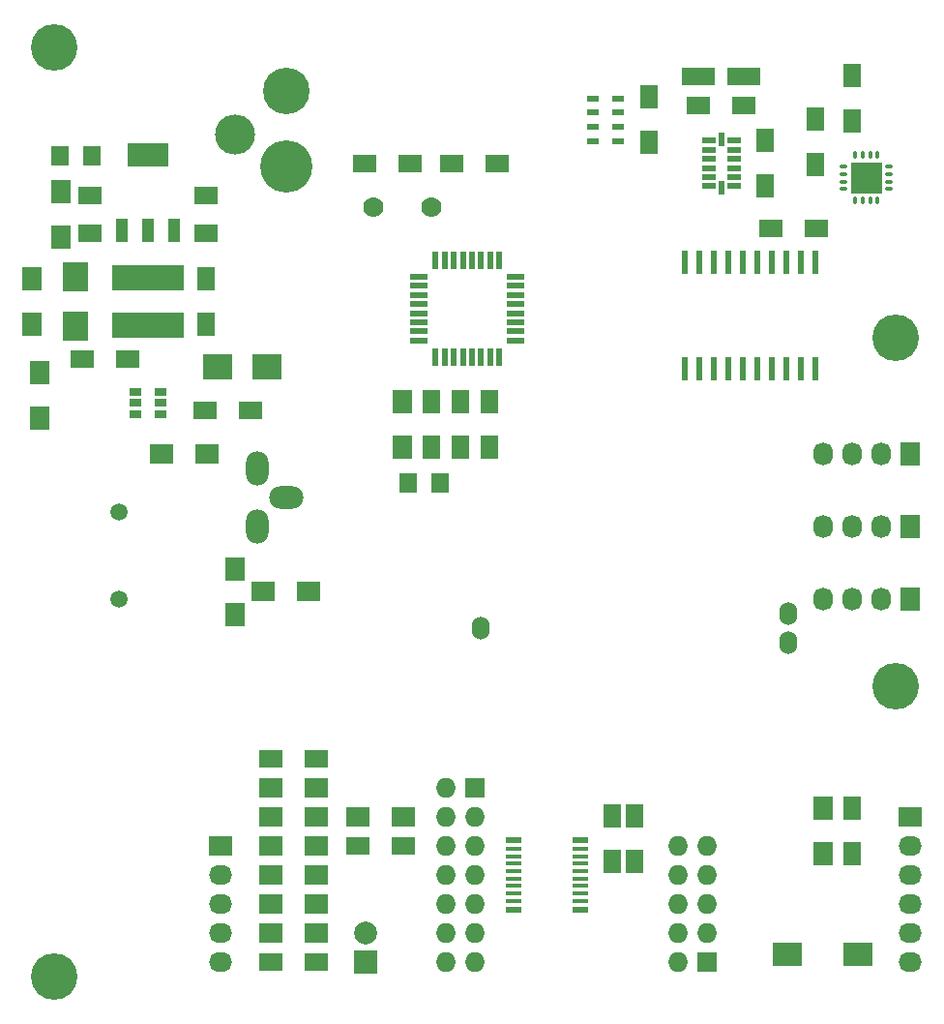
<source format=gbr>
G04 #@! TF.FileFunction,Soldermask,Top*
%FSLAX46Y46*%
G04 Gerber Fmt 4.6, Leading zero omitted, Abs format (unit mm)*
G04 Created by KiCad (PCBNEW 4.0.2-stable) date 5/4/2016 5:53:34 PM*
%MOMM*%
G01*
G04 APERTURE LIST*
%ADD10C,0.127000*%
%ADD11O,2.999740X1.998980*%
%ADD12O,1.998980X2.999740*%
%ADD13R,2.000000X2.000000*%
%ADD14C,2.000000*%
%ADD15O,1.524000X2.032000*%
%ADD16R,2.000000X1.600000*%
%ADD17R,2.032000X1.524000*%
%ADD18R,1.600000X2.000000*%
%ADD19R,1.727200X2.032000*%
%ADD20O,1.727200X2.032000*%
%ADD21R,1.727200X1.727200*%
%ADD22O,1.727200X1.727200*%
%ADD23R,2.000000X1.700000*%
%ADD24R,1.700000X2.000000*%
%ADD25R,3.657600X2.032000*%
%ADD26R,1.016000X2.032000*%
%ADD27R,0.600000X2.000000*%
%ADD28R,1.350000X0.600000*%
%ADD29R,1.350000X0.400000*%
%ADD30C,1.500000*%
%ADD31R,2.999740X1.501140*%
%ADD32R,6.300000X2.200000*%
%ADD33O,0.800000X0.350000*%
%ADD34O,0.350000X0.800000*%
%ADD35R,1.350000X1.350000*%
%ADD36R,0.550000X1.145000*%
%ADD37R,1.145000X0.550000*%
%ADD38R,1.060000X0.650000*%
%ADD39R,1.100000X0.600000*%
%ADD40R,1.597660X1.800860*%
%ADD41R,0.550000X1.600000*%
%ADD42R,1.600000X0.550000*%
%ADD43R,2.500000X2.000000*%
%ADD44C,1.778000*%
%ADD45R,2.032000X1.727200*%
%ADD46O,2.032000X1.727200*%
%ADD47O,4.572000X4.572000*%
%ADD48O,4.064000X4.064000*%
%ADD49O,3.500120X3.500120*%
%ADD50R,2.499360X2.301240*%
%ADD51R,2.301240X2.499360*%
%ADD52C,4.064000*%
G04 APERTURE END LIST*
D10*
D11*
X63500000Y-125730000D03*
D12*
X60960000Y-123190000D03*
X60960000Y-128270000D03*
D13*
X70485000Y-166370000D03*
D14*
X70485000Y-163830000D03*
D15*
X107429300Y-135890000D03*
X80530700Y-137160000D03*
X107429300Y-138430000D03*
D16*
X105950000Y-102235000D03*
X109950000Y-102235000D03*
D17*
X56515000Y-102616000D03*
X56515000Y-99314000D03*
X46355000Y-102616000D03*
X46355000Y-99314000D03*
D18*
X93980000Y-153575000D03*
X93980000Y-157575000D03*
X92075000Y-153575000D03*
X92075000Y-157575000D03*
D19*
X118110000Y-134620000D03*
D20*
X115570000Y-134620000D03*
X113030000Y-134620000D03*
X110490000Y-134620000D03*
D19*
X118110000Y-121920000D03*
D20*
X115570000Y-121920000D03*
X113030000Y-121920000D03*
X110490000Y-121920000D03*
D19*
X118110000Y-128270000D03*
D20*
X115570000Y-128270000D03*
X113030000Y-128270000D03*
X110490000Y-128270000D03*
D21*
X80010000Y-151130000D03*
D22*
X77470000Y-151130000D03*
X80010000Y-153670000D03*
X77470000Y-153670000D03*
X80010000Y-156210000D03*
X77470000Y-156210000D03*
X80010000Y-158750000D03*
X77470000Y-158750000D03*
X80010000Y-161290000D03*
X77470000Y-161290000D03*
X80010000Y-163830000D03*
X77470000Y-163830000D03*
X80010000Y-166370000D03*
X77470000Y-166370000D03*
D23*
X65500000Y-133985000D03*
X61500000Y-133985000D03*
X69755000Y-153670000D03*
X73755000Y-153670000D03*
D24*
X59055000Y-131985000D03*
X59055000Y-135985000D03*
D25*
X51435000Y-95758000D03*
D26*
X51435000Y-102362000D03*
X53721000Y-102362000D03*
X49149000Y-102362000D03*
D27*
X109855000Y-114505000D03*
X109855000Y-105205000D03*
X108585000Y-114505000D03*
X108585000Y-105205000D03*
X107315000Y-114505000D03*
X107315000Y-105205000D03*
X106045000Y-114505000D03*
X106045000Y-105205000D03*
X104775000Y-114505000D03*
X104775000Y-105205000D03*
X103505000Y-114505000D03*
X103505000Y-105205000D03*
X102235000Y-114505000D03*
X102235000Y-105205000D03*
X100965000Y-114505000D03*
X100965000Y-105205000D03*
X99695000Y-114505000D03*
X99695000Y-105205000D03*
X98425000Y-114505000D03*
X98425000Y-105205000D03*
D28*
X83435000Y-161775000D03*
X89285000Y-161775000D03*
D29*
X83435000Y-161025000D03*
X89285000Y-161025000D03*
X83435000Y-160375000D03*
X89285000Y-160375000D03*
X83435000Y-159725000D03*
X89285000Y-159725000D03*
X83435000Y-159075000D03*
X89285000Y-159075000D03*
X83435000Y-158425000D03*
X89285000Y-158425000D03*
X83435000Y-157775000D03*
X89285000Y-157775000D03*
X83435000Y-157125000D03*
X89285000Y-157125000D03*
X83435000Y-156475000D03*
X89285000Y-156475000D03*
D28*
X83435000Y-155725000D03*
X89285000Y-155725000D03*
D30*
X48895000Y-134610000D03*
X48895000Y-127010000D03*
D23*
X62135000Y-151130000D03*
X66135000Y-151130000D03*
D18*
X109855000Y-92615000D03*
X109855000Y-96615000D03*
D31*
X99601020Y-88900000D03*
X103598980Y-88900000D03*
D18*
X105410000Y-98520000D03*
X105410000Y-94520000D03*
X78740000Y-117380000D03*
X78740000Y-121380000D03*
D16*
X103600000Y-91440000D03*
X99600000Y-91440000D03*
D18*
X76200000Y-117380000D03*
X76200000Y-121380000D03*
X81280000Y-117380000D03*
X81280000Y-121380000D03*
X113030000Y-88805000D03*
X113030000Y-92805000D03*
D16*
X82010000Y-96520000D03*
X78010000Y-96520000D03*
X70390000Y-96520000D03*
X74390000Y-96520000D03*
D18*
X113030000Y-156940000D03*
X113030000Y-152940000D03*
D16*
X56420000Y-118110000D03*
X60420000Y-118110000D03*
X45625000Y-113665000D03*
X49625000Y-113665000D03*
D18*
X56515000Y-106585000D03*
X56515000Y-110585000D03*
X95250000Y-94710000D03*
X95250000Y-90710000D03*
D32*
X51435000Y-110635000D03*
X51435000Y-106535000D03*
D24*
X73660000Y-117380000D03*
X73660000Y-121380000D03*
X110490000Y-156940000D03*
X110490000Y-152940000D03*
D23*
X56610000Y-121920000D03*
X52610000Y-121920000D03*
D24*
X41910000Y-114840000D03*
X41910000Y-118840000D03*
X43815000Y-102965000D03*
X43815000Y-98965000D03*
X41275000Y-106585000D03*
X41275000Y-110585000D03*
D33*
X112300000Y-96815000D03*
X112300000Y-97465000D03*
X112300000Y-98115000D03*
X112300000Y-98765000D03*
D34*
X113325000Y-99790000D03*
X113975000Y-99790000D03*
X114625000Y-99790000D03*
X115275000Y-99790000D03*
D33*
X116300000Y-98765000D03*
X116300000Y-98115000D03*
X116300000Y-97465000D03*
X116300000Y-96815000D03*
D34*
X115275000Y-95790000D03*
X114625000Y-95790000D03*
X113975000Y-95790000D03*
X113325000Y-95790000D03*
D35*
X114975000Y-98465000D03*
X114975000Y-97115000D03*
X113625000Y-98465000D03*
X113625000Y-97115000D03*
D36*
X101600000Y-98617500D03*
X101600000Y-94422500D03*
D37*
X100502500Y-98520000D03*
X102697500Y-98520000D03*
X100502500Y-97720000D03*
X102697500Y-97720000D03*
X100502500Y-96920000D03*
X102697500Y-96920000D03*
X100502500Y-96120000D03*
X102697500Y-96120000D03*
X100502500Y-95320000D03*
X102697500Y-95320000D03*
X100502500Y-94520000D03*
X102697500Y-94520000D03*
D38*
X50335000Y-116525000D03*
X50335000Y-117475000D03*
X50335000Y-118425000D03*
X52535000Y-118425000D03*
X52535000Y-116525000D03*
X52535000Y-117475000D03*
D39*
X90340000Y-94585000D03*
X92540000Y-94585000D03*
X90340000Y-93335000D03*
X92540000Y-93335000D03*
X90340000Y-92085000D03*
X92540000Y-92085000D03*
X90340000Y-90835000D03*
X92540000Y-90835000D03*
D40*
X74145140Y-124460000D03*
X76984860Y-124460000D03*
X43665140Y-95885000D03*
X46504860Y-95885000D03*
D41*
X82175000Y-104970000D03*
X81375000Y-104970000D03*
X80575000Y-104970000D03*
X79775000Y-104970000D03*
X78975000Y-104970000D03*
X78175000Y-104970000D03*
X77375000Y-104970000D03*
X76575000Y-104970000D03*
D42*
X75125000Y-106420000D03*
X75125000Y-107220000D03*
X75125000Y-108020000D03*
X75125000Y-108820000D03*
X75125000Y-109620000D03*
X75125000Y-110420000D03*
X75125000Y-111220000D03*
X75125000Y-112020000D03*
D41*
X76575000Y-113470000D03*
X77375000Y-113470000D03*
X78175000Y-113470000D03*
X78975000Y-113470000D03*
X79775000Y-113470000D03*
X80575000Y-113470000D03*
X81375000Y-113470000D03*
X82175000Y-113470000D03*
D42*
X83625000Y-112020000D03*
X83625000Y-111220000D03*
X83625000Y-110420000D03*
X83625000Y-109620000D03*
X83625000Y-108820000D03*
X83625000Y-108020000D03*
X83625000Y-107220000D03*
X83625000Y-106420000D03*
D43*
X113565000Y-165735000D03*
X107415000Y-165735000D03*
D44*
X76200000Y-100330000D03*
X71120000Y-100330000D03*
D45*
X118110000Y-153670000D03*
D46*
X118110000Y-156210000D03*
X118110000Y-158750000D03*
X118110000Y-161290000D03*
X118110000Y-163830000D03*
X118110000Y-166370000D03*
D16*
X66135000Y-148590000D03*
X62135000Y-148590000D03*
X69755000Y-156210000D03*
X73755000Y-156210000D03*
X66135000Y-166370000D03*
X62135000Y-166370000D03*
D23*
X62135000Y-158750000D03*
X66135000Y-158750000D03*
X62135000Y-156210000D03*
X66135000Y-156210000D03*
X62135000Y-153670000D03*
X66135000Y-153670000D03*
X62135000Y-161290000D03*
X66135000Y-161290000D03*
X62135000Y-163830000D03*
X66135000Y-163830000D03*
D45*
X57785000Y-156210000D03*
D46*
X57785000Y-158750000D03*
X57785000Y-161290000D03*
X57785000Y-163830000D03*
X57785000Y-166370000D03*
D47*
X63500000Y-96774000D03*
D48*
X63500000Y-90170000D03*
D49*
X59055000Y-93980000D03*
D50*
X57541160Y-114300000D03*
X61838840Y-114300000D03*
D51*
X45085000Y-110733840D03*
X45085000Y-106436160D03*
D21*
X100330000Y-166370000D03*
D22*
X97790000Y-166370000D03*
X100330000Y-163830000D03*
X97790000Y-163830000D03*
X100330000Y-161290000D03*
X97790000Y-161290000D03*
X100330000Y-158750000D03*
X97790000Y-158750000D03*
X100330000Y-156210000D03*
X97790000Y-156210000D03*
D52*
X43180000Y-167640000D03*
X43180000Y-86360000D03*
X116840000Y-142240000D03*
X116840000Y-111760000D03*
M02*

</source>
